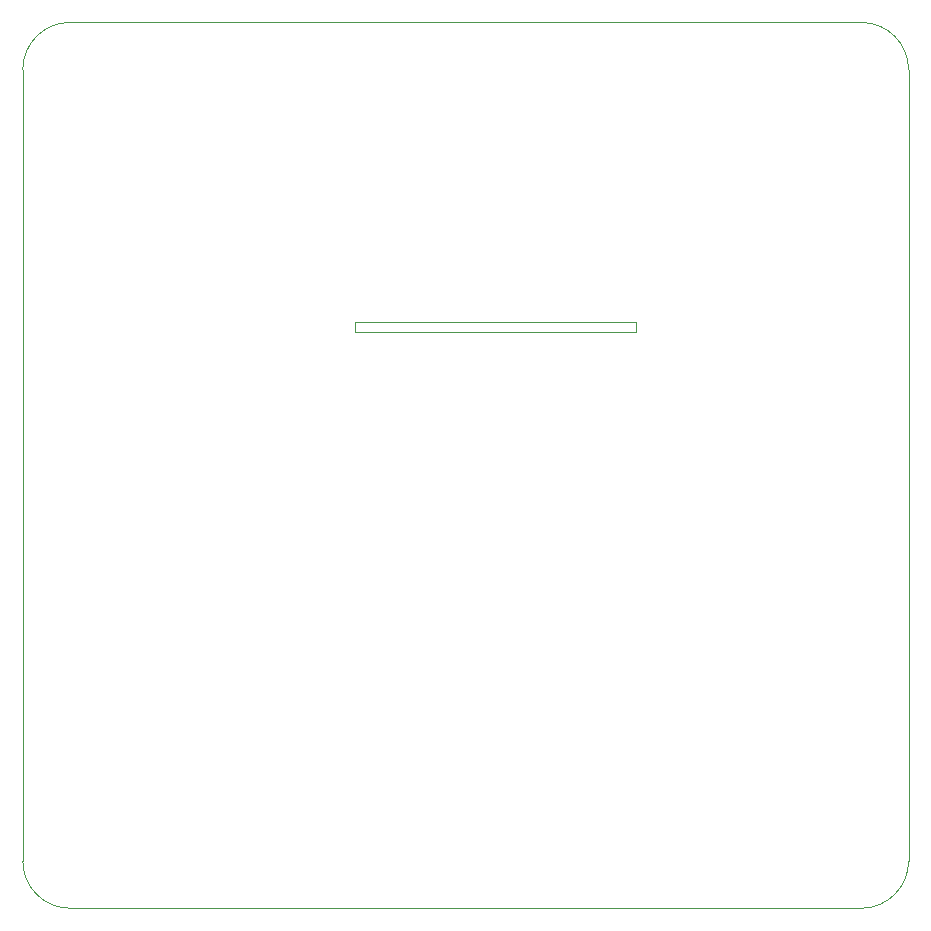
<source format=gbr>
%TF.GenerationSoftware,KiCad,Pcbnew,(7.0.0)*%
%TF.CreationDate,2023-03-14T22:36:42+01:00*%
%TF.ProjectId,Zamkonator,5a616d6b-6f6e-4617-946f-722e6b696361,rev?*%
%TF.SameCoordinates,Original*%
%TF.FileFunction,Profile,NP*%
%FSLAX46Y46*%
G04 Gerber Fmt 4.6, Leading zero omitted, Abs format (unit mm)*
G04 Created by KiCad (PCBNEW (7.0.0)) date 2023-03-14 22:36:42*
%MOMM*%
%LPD*%
G01*
G04 APERTURE LIST*
%TA.AperFunction,Profile*%
%ADD10C,0.100000*%
%TD*%
G04 APERTURE END LIST*
D10*
X28100000Y-25400000D02*
X51900000Y-25400000D01*
X51900000Y-25400000D02*
X51900000Y-26200000D01*
X51900000Y-26200000D02*
X28100000Y-26200000D01*
X28100000Y-26200000D02*
X28100000Y-25400000D01*
X75000000Y-4000000D02*
X75000000Y-71000000D01*
X0Y-4000000D02*
X0Y-71000000D01*
X71000000Y-75000000D02*
X4000000Y-75000000D01*
X4000000Y0D02*
X71000000Y0D01*
X4000000Y0D02*
G75*
G03*
X0Y-4000000I0J-4000000D01*
G01*
X75000000Y-4000000D02*
G75*
G03*
X71000000Y0I-4000000J0D01*
G01*
X71000000Y-75000000D02*
G75*
G03*
X75000000Y-71000000I0J4000000D01*
G01*
X0Y-71000000D02*
G75*
G03*
X4000000Y-75000000I4000000J0D01*
G01*
M02*

</source>
